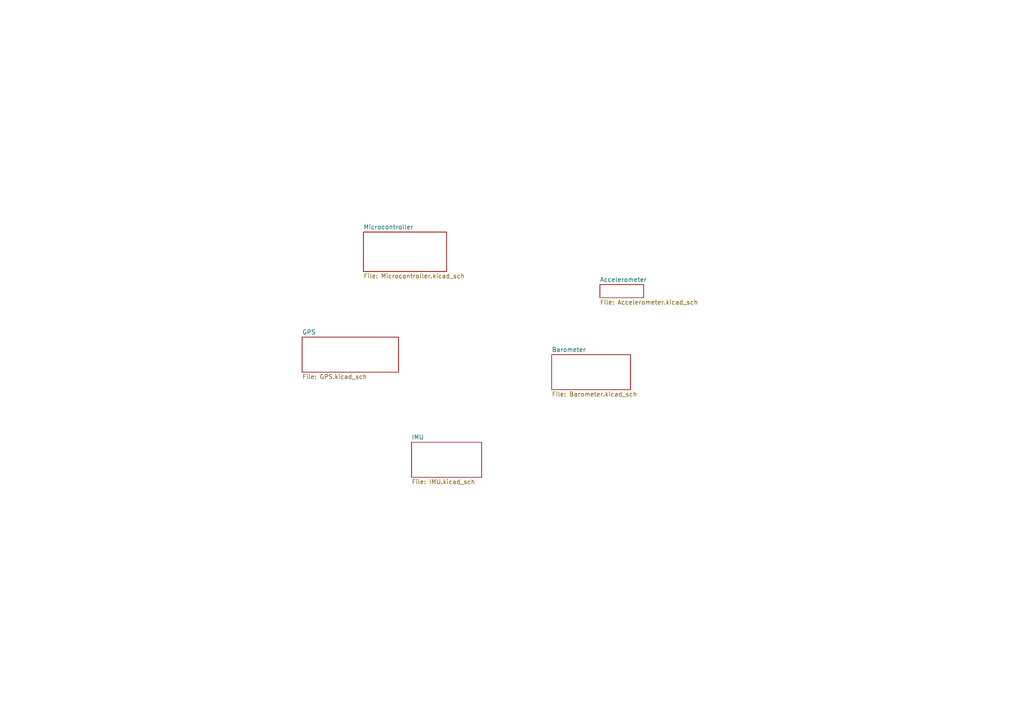
<source format=kicad_sch>
(kicad_sch (version 20230121) (generator eeschema)
  (paper "A4")
  (lib_symbols)
  (sheet (at 160.02 102.87) (size 22.86 10.16) (stroke (width 0.1524))
    (property "Sheetname" "Barometer" (at 160.02 102.1584 0) (effects (justify left bottom)))
    (property "Sheetfile" "Barometer.kicad_sch" (at 160.02 113.6146 0) (effects (justify left top)))
  )
  (sheet (at 173.99 82.55) (size 12.7 3.81) (stroke (width 0.1524))
    (property "Sheetname" "Accelerometer" (at 173.99 81.8384 0) (effects (justify left bottom)))
    (property "Sheetfile" "Accelerometer.kicad_sch" (at 173.99 86.9446 0) (effects (justify left top)))
  )
  (sheet (at 87.63 97.79) (size 27.94 10.16) (stroke (width 0.1524))
    (property "Sheetname" "GPS" (at 87.63 97.0784 0) (effects (justify left bottom)))
    (property "Sheetfile" "GPS.kicad_sch" (at 87.63 108.5346 0) (effects (justify left top)))
  )
  (sheet (at 119.38 128.27) (size 20.32 10.16) (stroke (width 0.1524))
    (property "Sheetname" "IMU" (at 119.38 127.5584 0) (effects (justify left bottom)))
    (property "Sheetfile" "IMU.kicad_sch" (at 119.38 139.0146 0) (effects (justify left top)))
  )
  (sheet (at 105.41 67.31) (size 24.13 11.43) (stroke (width 0.1524))
    (property "Sheetname" "Microcontroller" (at 105.41 66.5984 0) (effects (justify left bottom)))
    (property "Sheetfile" "Microcontroller.kicad_sch" (at 105.41 79.3246 0) (effects (justify left top)))
  )
)
</source>
